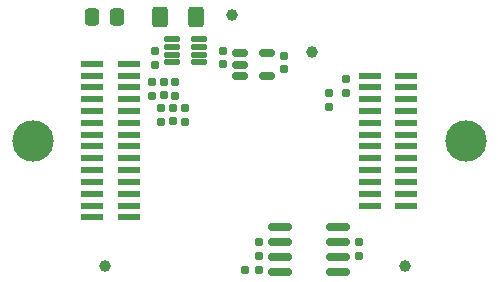
<source format=gbr>
%TF.GenerationSoftware,KiCad,Pcbnew,8.0.0*%
%TF.CreationDate,2024-09-22T13:18:53-04:00*%
%TF.ProjectId,MiniCarrierBoard,4d696e69-4361-4727-9269-6572426f6172,rev?*%
%TF.SameCoordinates,Original*%
%TF.FileFunction,Soldermask,Top*%
%TF.FilePolarity,Negative*%
%FSLAX46Y46*%
G04 Gerber Fmt 4.6, Leading zero omitted, Abs format (unit mm)*
G04 Created by KiCad (PCBNEW 8.0.0) date 2024-09-22 13:18:53*
%MOMM*%
%LPD*%
G01*
G04 APERTURE LIST*
G04 Aperture macros list*
%AMRoundRect*
0 Rectangle with rounded corners*
0 $1 Rounding radius*
0 $2 $3 $4 $5 $6 $7 $8 $9 X,Y pos of 4 corners*
0 Add a 4 corners polygon primitive as box body*
4,1,4,$2,$3,$4,$5,$6,$7,$8,$9,$2,$3,0*
0 Add four circle primitives for the rounded corners*
1,1,$1+$1,$2,$3*
1,1,$1+$1,$4,$5*
1,1,$1+$1,$6,$7*
1,1,$1+$1,$8,$9*
0 Add four rect primitives between the rounded corners*
20,1,$1+$1,$2,$3,$4,$5,0*
20,1,$1+$1,$4,$5,$6,$7,0*
20,1,$1+$1,$6,$7,$8,$9,0*
20,1,$1+$1,$8,$9,$2,$3,0*%
G04 Aperture macros list end*
%ADD10RoundRect,0.160000X-0.160000X0.197500X-0.160000X-0.197500X0.160000X-0.197500X0.160000X0.197500X0*%
%ADD11C,3.500000*%
%ADD12C,1.000000*%
%ADD13RoundRect,0.155000X-0.155000X0.212500X-0.155000X-0.212500X0.155000X-0.212500X0.155000X0.212500X0*%
%ADD14RoundRect,0.125000X-0.537500X-0.125000X0.537500X-0.125000X0.537500X0.125000X-0.537500X0.125000X0*%
%ADD15R,1.850000X0.500000*%
%ADD16RoundRect,0.160000X0.160000X-0.197500X0.160000X0.197500X-0.160000X0.197500X-0.160000X-0.197500X0*%
%ADD17RoundRect,0.155000X0.155000X-0.212500X0.155000X0.212500X-0.155000X0.212500X-0.155000X-0.212500X0*%
%ADD18RoundRect,0.250000X0.337500X0.475000X-0.337500X0.475000X-0.337500X-0.475000X0.337500X-0.475000X0*%
%ADD19RoundRect,0.250000X0.400000X0.625000X-0.400000X0.625000X-0.400000X-0.625000X0.400000X-0.625000X0*%
%ADD20RoundRect,0.150000X-0.512500X-0.150000X0.512500X-0.150000X0.512500X0.150000X-0.512500X0.150000X0*%
%ADD21RoundRect,0.150000X0.825000X0.150000X-0.825000X0.150000X-0.825000X-0.150000X0.825000X-0.150000X0*%
%ADD22RoundRect,0.160000X0.197500X0.160000X-0.197500X0.160000X-0.197500X-0.160000X0.197500X-0.160000X0*%
G04 APERTURE END LIST*
D10*
%TO.C,R7*%
X94000000Y-95602500D03*
X94000000Y-96797500D03*
%TD*%
D11*
%TO.C,H2*%
X83900000Y-100600000D03*
%TD*%
D12*
%TO.C,TP4*%
X107600000Y-93100000D03*
%TD*%
D13*
%TO.C,C2*%
X105200000Y-93432500D03*
X105200000Y-94567500D03*
%TD*%
D14*
%TO.C,U3*%
X95725000Y-92025000D03*
X95725000Y-92675000D03*
X95725000Y-93325000D03*
X95725000Y-93975000D03*
X98000000Y-93975000D03*
X98000000Y-93325000D03*
X98000000Y-92675000D03*
X98000000Y-92025000D03*
%TD*%
D15*
%TO.C,J1*%
X115525000Y-95100000D03*
X112475000Y-95100000D03*
X115525000Y-96100000D03*
X112475000Y-96100000D03*
X115525000Y-97100000D03*
X112475000Y-97100000D03*
X115525000Y-98100000D03*
X112475000Y-98100000D03*
X115525000Y-99100000D03*
X112475000Y-99100000D03*
X115525000Y-100100000D03*
X112475000Y-100100000D03*
X115525000Y-101100000D03*
X112475000Y-101100000D03*
X115525000Y-102100000D03*
X112475000Y-102100000D03*
X115525000Y-103100000D03*
X112475000Y-103100000D03*
X115525000Y-104100000D03*
X112475000Y-104100000D03*
X115525000Y-105100000D03*
X112475000Y-105100000D03*
X115525000Y-106100000D03*
X112475000Y-106100000D03*
%TD*%
D16*
%TO.C,R4*%
X110400000Y-96597500D03*
X110400000Y-95402500D03*
%TD*%
D17*
%TO.C,C10*%
X95800000Y-98967500D03*
X95800000Y-97832500D03*
%TD*%
D12*
%TO.C,TP1*%
X100800000Y-90000000D03*
%TD*%
%TO.C,TP2*%
X90000000Y-111200000D03*
%TD*%
D18*
%TO.C,C5*%
X91037500Y-90100000D03*
X88962500Y-90100000D03*
%TD*%
D11*
%TO.C,H1*%
X120600000Y-100600000D03*
%TD*%
D13*
%TO.C,C1*%
X100000000Y-93007500D03*
X100000000Y-94142500D03*
%TD*%
D19*
%TO.C,R11*%
X97750000Y-90100000D03*
X94650000Y-90100000D03*
%TD*%
D12*
%TO.C,TP3*%
X115400000Y-111200000D03*
%TD*%
D16*
%TO.C,R9*%
X96000000Y-96797500D03*
X96000000Y-95602500D03*
%TD*%
%TO.C,R5*%
X103100000Y-110397500D03*
X103100000Y-109202500D03*
%TD*%
%TO.C,R10*%
X96800000Y-98997500D03*
X96800000Y-97802500D03*
%TD*%
D13*
%TO.C,C6*%
X111502500Y-109222500D03*
X111502500Y-110357500D03*
%TD*%
D17*
%TO.C,C9*%
X95000000Y-96767500D03*
X95000000Y-95632500D03*
%TD*%
%TO.C,C3*%
X94262500Y-94167500D03*
X94262500Y-93032500D03*
%TD*%
D10*
%TO.C,R8*%
X94800000Y-97802500D03*
X94800000Y-98997500D03*
%TD*%
D20*
%TO.C,U2*%
X101462500Y-93225000D03*
X101462500Y-94175000D03*
X101462500Y-95125000D03*
X103737500Y-95125000D03*
X103737500Y-93225000D03*
%TD*%
D21*
%TO.C,U1*%
X109775000Y-111705000D03*
X109775000Y-110435000D03*
X109775000Y-109165000D03*
X109775000Y-107895000D03*
X104825000Y-107895000D03*
X104825000Y-109165000D03*
X104825000Y-110435000D03*
X104825000Y-111705000D03*
%TD*%
D22*
%TO.C,R6*%
X103097500Y-111600000D03*
X101902500Y-111600000D03*
%TD*%
D15*
%TO.C,J2*%
X92025000Y-94100000D03*
X88975000Y-94100000D03*
X92025000Y-95100000D03*
X88975000Y-95100000D03*
X92025000Y-96100000D03*
X88975000Y-96100000D03*
X92025000Y-97100000D03*
X88975000Y-97100000D03*
X92025000Y-98100000D03*
X88975000Y-98100000D03*
X92025000Y-99100000D03*
X88975000Y-99100000D03*
X92025000Y-100100000D03*
X88975000Y-100100000D03*
X92025000Y-101100000D03*
X88975000Y-101100000D03*
X92025000Y-102100000D03*
X88975000Y-102100000D03*
X92025000Y-103100000D03*
X88975000Y-103100000D03*
X92025000Y-104100000D03*
X88975000Y-104100000D03*
X92025000Y-105100000D03*
X88975000Y-105100000D03*
X92025000Y-106100000D03*
X88975000Y-106100000D03*
X92025000Y-107100000D03*
X88975000Y-107100000D03*
%TD*%
D10*
%TO.C,R3*%
X109000000Y-96602500D03*
X109000000Y-97797500D03*
%TD*%
M02*

</source>
